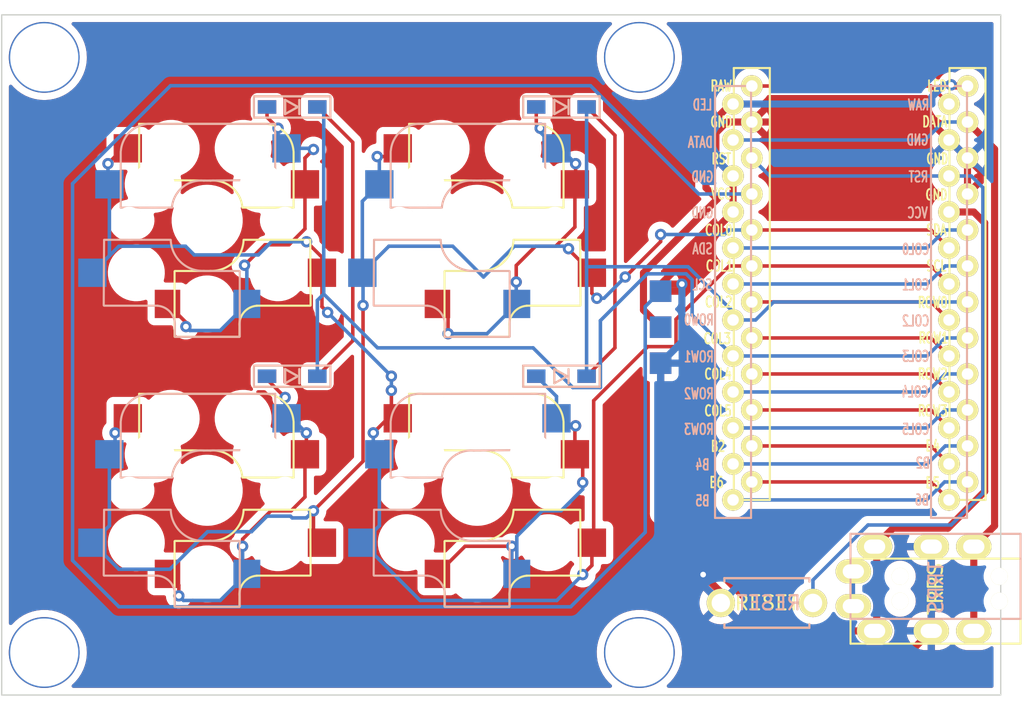
<source format=kicad_pcb>
(kicad_pcb (version 20211014) (generator pcbnew)
  (layers (0 "F.Cu" signal) (31 "B.Cu" signal) (34 "B.Paste" user) (35 "F.Paste" user) (36 "B.SilkS" user "B.Silkscreen") (37 "F.SilkS" user "F.Silkscreen") (38 "B.Mask" user) (39 "F.Mask" user) (44 "Edge.Cuts" user))
  (net 0 "")
  (net 1 "row-0")
  (net 2 "Net-(D1-Pad2)")
  (net 3 "row-1")
  (net 4 "Net-(D2-Pad2)")
  (net 5 "Net-(D3-Pad2)")
  (net 6 "Net-(D4-Pad2)")
  (net 7 "VCC")
  (net 8 "unconnected-(J1-PadA)")
  (net 9 "date")
  (net 10 "GND")
  (net 11 "led")
  (net 12 "col-0")
  (net 13 "col-1")
  (net 14 "reset")
  (net 15 "unconnected-(U1-Pad24)")
  (net 16 "unconnected-(U1-Pad18)")
  (net 17 "unconnected-(U1-Pad17)")
  (net 18 "unconnected-(U1-Pad16)")
  (net 19 "unconnected-(U1-Pad15)")
  (net 20 "unconnected-(U1-Pad14)")
  (net 21 "unconnected-(U1-Pad13)")
  (net 22 "unconnected-(U1-Pad12)")
  (net 23 "unconnected-(U1-Pad11)")
  (net 24 "unconnected-(U1-Pad10)")
  (net 25 "unconnected-(U1-Pad9)")
  (net 26 "unconnected-(U1-Pad6)")
  (net 27 "unconnected-(U1-Pad5)")
  (footprint "kbd.pretty:D3_SMD" (layer "F.Cu") (at 86.143 113.570496 180)
    (fp_text reference "D1" hide)
    (fp_text value "D" hide)
  )
  (footprint "kbd.pretty:CherryMX_Choc_Hotswap" (layer "F.Cu") (at 80.193 140.620496)
    (fp_text reference "SW3" hide)
    (fp_text value "SW_PUSH" hide)
  )
  (footprint "kbd.pretty:StripLED_rev" (layer "F.Cu") (at 93.143 126.570496)
    (fp_text reference "J2" hide)
    (fp_text value "LED" hide)
  )
  (footprint "kbd.pretty:MJ-4PP-9" (layer "F.Cu") (at 118.543 148.445496 -90)
    (fp_text reference "J1")
    (fp_text value "MJ-4PP-9" hide)
  )
  (footprint "kbd.pretty:HOLE" (layer "F.Cu") (at 91.643 110.070496)
    (fp_text reference "Ref**")
    (fp_text value "Val**")
  )
  (footprint "kbd.pretty:D3_SMD" (layer "F.Cu") (at 67.143 132.570496 180)
    (fp_text reference "D2" hide)
    (fp_text value "D" hide)
  )
  (footprint "kbd.pretty:ResetSW" (layer "F.Cu") (at 100.643 148.570496)
    (fp_text reference "SW5" hide)
    (fp_text value "RESET_SW")
  )
  (footprint "kbd.pretty:HOLE" (layer "F.Cu") (at 49.643 110.070496)
    (fp_text reference "Ref**")
    (fp_text value "Val**")
  )
  (footprint "kbd.pretty:HOLE" (layer "F.Cu") (at 91.643 152.070496)
    (fp_text reference "Ref**")
    (fp_text value "Val**")
  )
  (footprint "kbd.pretty:D3_SMD" (layer "F.Cu") (at 86.143 132.570496 180)
    (fp_text reference "D3" hide)
    (fp_text value "D" hide)
  )
  (footprint "kbd.pretty:D3_SMD" (layer "F.Cu") (at 67.143 113.570496 180)
    (fp_text reference "D4" hide)
    (fp_text value "D" hide)
  )
  (footprint "kbd.pretty:CherryMX_Choc_Hotswap" (layer "F.Cu") (at 61.143 121.570496)
    (fp_text reference "SW4" hide)
    (fp_text value "SW_PUSH" hide)
  )
  (footprint "kbd.pretty:CherryMX_Choc_Hotswap" (layer "F.Cu") (at 80.193 121.570496)
    (fp_text reference "SW1" hide)
    (fp_text value "SW_PUSH" hide)
  )
  (footprint "kbd.pretty:HOLE" (layer "F.Cu") (at 49.643 152.070496)
    (fp_text reference "Ref**")
    (fp_text value "Val**")
  )
  (footprint "kbd.pretty:ProMicro_v2" (layer "F.Cu") (at 107.143 126.570496)
    (fp_text reference "U1" hide)
    (fp_text value "ProMicro" hide)
  )
  (footprint "kbd.pretty:CherryMX_Choc_Hotswap" (layer "F.Cu") (at 61.143 140.620496)
    (fp_text reference "SW2" hide)
    (fp_text value "SW_PUSH" hide)
  )
  (gr_rect (start 46.643 107.070496) (end 117.143 155.070496) (layer "Edge.Cuts") (width 0.1) (fill none))
  (segment (start 89.918489 115.570985) (end 89.918489 130.570007) (width 0.25) (layer "F.Cu") (net 1))
  (segment (start 89.918489 130.570007) (end 87.918 132.570496) (width 0.25) (layer "F.Cu") (net 1))
  (segment (start 87.918 113.570496) (end 89.918489 115.570985) (width 0.25) (layer "F.Cu") (net 1))
  (segment (start 87.918 124.845496) (end 87.918 113.570496) (width 0.25) (layer "B.Cu") (net 1))
  (segment (start 95.078331 124.845496) (end 87.918 124.845496) (width 0.25) (layer "B.Cu") (net 1))
  (segment (start 101.11596 127.332496) (end 99.84596 128.602496) (width 0.25) (layer "B.Cu") (net 1))
  (segment (start 98.253 128.602496) (end 98.253 128.020165) (width 0.25) (layer "B.Cu") (net 1))
  (segment (start 98.253 128.020165) (end 95.078331 124.845496) (width 0.25) (layer "B.Cu") (net 1))
  (segment (start 87.918 132.570496) (end 87.918 124.845496) (width 0.25) (layer "B.Cu") (net 1))
  (segment (start 99.84596 128.602496) (end 98.253 128.602496) (width 0.25) (layer "B.Cu") (net 1))
  (segment (start 114.7994 127.332496) (end 101.11596 127.332496) (width 0.25) (layer "B.Cu") (net 1))
  (segment (start 78.143 128.220496) (end 77.393 127.470496) (width 0.25) (layer "F.Cu") (net 2))
  (segment (start 87.143 118.980496) (end 87.093 119.030496) (width 0.25) (layer "F.Cu") (net 2))
  (segment (start 87.093 122.043653) (end 85.740678 123.395975) (width 0.25) (layer "F.Cu") (net 2))
  (segment (start 87.093 119.030496) (end 87.093 122.043653) (width 0.25) (layer "F.Cu") (net 2))
  (segment (start 78.143 129.570496) (end 78.143 128.220496) (width 0.25) (layer "F.Cu") (net 2))
  (segment (start 87.143 117.570496) (end 87.143 118.980496) (width 0.25) (layer "F.Cu") (net 2))
  (segment (start 84.368 113.570496) (end 84.368 114.795496) (width 0.25) (layer "F.Cu") (net 2))
  (segment (start 84.368 114.795496) (end 84.643 115.070496) (width 0.25) (layer "F.Cu") (net 2))
  (segment (start 82.952905 124.760591) (end 82.952905 125.922439) (width 0.25) (layer "F.Cu") (net 2))
  (segment (start 84.317521 123.395975) (end 82.952905 124.760591) (width 0.25) (layer "F.Cu") (net 2))
  (segment (start 85.740678 123.395975) (end 84.317521 123.395975) (width 0.25) (layer "F.Cu") (net 2))
  (via (at 84.643 115.070496) (size 0.8) (drill 0.4) (layers "F.Cu" "B.Cu") (net 2))
  (via (at 82.952905 125.922439) (size 0.8) (drill 0.4) (layers "F.Cu" "B.Cu") (net 2))
  (via (at 87.143 117.570496) (size 0.8) (drill 0.4) (layers "F.Cu" "B.Cu") (net 2))
  (via (at 78.143 129.570496) (size 0.8) (drill 0.4) (layers "F.Cu" "B.Cu") (net 2))
  (segment (start 86.063 116.490496) (end 87.143 117.570496) (width 0.25) (layer "B.Cu") (net 2))
  (segment (start 82.952905 125.922439) (end 82.952905 127.430401) (width 0.25) (layer "B.Cu") (net 2))
  (segment (start 82.993 127.470496) (end 80.893 129.570496) (width 0.25) (layer "B.Cu") (net 2))
  (segment (start 80.893 129.570496) (end 78.143 129.570496) (width 0.25) (layer "B.Cu") (net 2))
  (segment (start 82.952905 127.430401) (end 82.993 127.470496) (width 0.25) (layer "B.Cu") (net 2))
  (segment (start 84.643 115.070496) (end 84.643 115.340496) (width 0.25) (layer "B.Cu") (net 2))
  (segment (start 84.643 115.340496) (end 85.793 116.490496) (width 0.25) (layer "B.Cu") (net 2))
  (segment (start 85.793 116.490496) (end 86.063 116.490496) (width 0.25) (layer "B.Cu") (net 2))
  (segment (start 68.918 132.570496) (end 71.418489 130.070007) (width 0.25) (layer "F.Cu") (net 3))
  (segment (start 71.418489 130.070007) (end 71.418489 116.070985) (width 0.25) (layer "F.Cu") (net 3))
  (segment (start 71.418489 116.070985) (end 68.918 113.570496) (width 0.25) (layer "F.Cu") (net 3))
  (segment (start 98.253 131.142496) (end 111.95644 131.142496) (width 0.25) (layer "B.Cu") (net 3))
  (segment (start 95.367511 125.770393) (end 94.943103 125.345985) (width 0.25) (layer "B.Cu") (net 3))
  (segment (start 84.143 130.570496) (end 73.167614 130.570496) (width 0.25) (layer "B.Cu") (net 3))
  (segment (start 88.892511 133.370007) (end 86.942511 133.370007) (width 0.25) (layer "B.Cu") (net 3))
  (segment (start 113.22644 129.872496) (end 114.7994 129.872496) (width 0.25) (layer "B.Cu") (net 3))
  (segment (start 86.942511 133.370007) (end 84.143 130.570496) (width 0.25) (layer "B.Cu") (net 3))
  (segment (start 95.367511 128.257007) (end 95.367511 125.770393) (width 0.25) (layer "B.Cu") (net 3))
  (segment (start 98.253 131.142496) (end 95.367511 128.257007) (width 0.25) (layer "B.Cu") (net 3))
  (segment (start 111.95644 131.142496) (end 113.22644 129.872496) (width 0.25) (layer "B.Cu") (net 3))
  (segment (start 69.367511 114.020007) (end 68.918 113.570496) (width 0.25) (layer "B.Cu") (net 3))
  (segment (start 73.167614 130.570496) (end 69.367511 126.770393) (width 0.25) (layer "B.Cu") (net 3))
  (segment (start 68.918 127.219904) (end 68.918 132.570496) (width 0.25) (layer "B.Cu") (net 3))
  (segment (start 69.367511 126.770393) (end 69.367511 114.020007) (width 0.25) (layer "B.Cu") (net 3))
  (segment (start 88.892511 128.647963) (end 88.892511 133.370007) (width 0.25) (layer "B.Cu") (net 3))
  (segment (start 94.943103 125.345985) (end 92.194489 125.345985) (width 0.25) (layer "B.Cu") (net 3))
  (segment (start 69.367511 126.770393) (end 68.918 127.219904) (width 0.25) (layer "B.Cu") (net 3))
  (segment (start 92.194489 125.345985) (end 88.892511 128.647963) (width 0.25) (layer "B.Cu") (net 3))
  (segment (start 65.368 132.570496) (end 65.368 132.795496) (width 0.25) (layer "F.Cu") (net 4))
  (segment (start 63.643 144.070496) (end 63.643 144.570496) (width 0.25) (layer "F.Cu") (net 4))
  (segment (start 59.143 147.320496) (end 58.343 146.520496) (width 0.25) (layer "F.Cu") (net 4))
  (segment (start 68.143 136.570496) (end 68.143 137.980496) (width 0.25) (layer "F.Cu") (net 4))
  (segment (start 67.066157 142.070496) (end 65.643 142.070496) (width 0.25) (layer "F.Cu") (net 4))
  (segment (start 68.043 138.080496) (end 68.043 141.093653) (width 0.25) (layer "F.Cu") (net 4))
  (segment (start 65.368 132.795496) (end 66.643 134.070496) (width 0.25) (layer "F.Cu") (net 4))
  (segment (start 68.143 137.980496) (end 68.043 138.080496) (width 0.25) (layer "F.Cu") (net 4))
  (segment (start 65.643 142.070496) (end 63.643 144.070496) (width 0.25) (layer "F.Cu") (net 4))
  (segment (start 68.043 141.093653) (end 67.066157 142.070496) (width 0.25) (layer "F.Cu") (net 4))
  (segment (start 59.143 148.070496) (end 59.143 147.320496) (width 0.25) (layer "F.Cu") (net 4))
  (via (at 68.143 136.570496) (size 0.8) (drill 0.4) (layers "F.Cu" "B.Cu") (net 4))
  (via (at 59.143 148.070496) (size 0.8) (drill 0.4) (layers "F.Cu" "B.Cu") (net 4))
  (via (at 63.643 144.570496) (size 0.8) (drill 0.4) (layers "F.Cu" "B.Cu") (net 4))
  (via (at 66.643 134.070496) (size 0.8) (drill 0.4) (layers "F.Cu" "B.Cu") (net 4))
  (segment (start 63.643 144.570496) (end 63.643 146.220496) (width 0.25) (layer "B.Cu") (net 4))
  (segment (start 59.467521 148.395017) (end 59.143 148.070496) (width 0.25) (layer "B.Cu") (net 4))
  (segment (start 66.643 134.070496) (end 66.643 135.440496) (width 0.25) (layer "B.Cu") (net 4))
  (segment (start 63.643 146.220496) (end 63.943 146.520496) (width 0.25) (layer "B.Cu") (net 4))
  (segment (start 63.943 146.520496) (end 62.068479 148.395017) (width 0.25) (layer "B.Cu") (net 4))
  (segment (start 66.643 135.440496) (end 66.743 135.540496) (width 0.25) (layer "B.Cu") (net 4))
  (segment (start 67.113 135.540496) (end 68.143 136.570496) (width 0.25) (layer "B.Cu") (net 4))
  (segment (start 66.743 135.540496) (end 67.113 135.540496) (width 0.25) (layer "B.Cu") (net 4))
  (segment (start 62.068479 148.395017) (end 59.467521 148.395017) (width 0.25) (layer "B.Cu") (net 4))
  (segment (start 77.393 146.520496) (end 79.343 144.570496) (width 0.25) (layer "F.Cu") (net 5))
  (segment (start 87.093 136.120496) (end 87.143 136.070496) (width 0.25) (layer "F.Cu") (net 5))
  (segment (start 79.343 144.570496) (end 82.643 144.570496) (width 0.25) (layer "F.Cu") (net 5))
  (segment (start 87.643 138.630496) (end 87.093 138.080496) (width 0.25) (layer "F.Cu") (net 5))
  (segment (start 87.093 138.080496) (end 87.093 136.120496) (width 0.25) (layer "F.Cu") (net 5))
  (segment (start 87.643 140.070496) (end 87.643 138.630496) (width 0.25) (layer "F.Cu") (net 5))
  (via (at 87.143 136.070496) (size 0.8) (drill 0.4) (layers "F.Cu" "B.Cu") (net 5))
  (via (at 87.643 140.070496) (size 0.8) (drill 0.4) (layers "F.Cu" "B.Cu") (net 5))
  (via (at 82.643 144.570496) (size 0.8) (drill 0.4) (layers "F.Cu" "B.Cu") (net 5))
  (segment (start 82.993 146.520496) (end 82.993 143.869522) (width 0.25) (layer "B.Cu") (net 5))
  (segment (start 87.143 136.070496) (end 86.323 136.070496) (width 0.25) (layer "B.Cu") (net 5))
  (segment (start 82.643 146.170496) (end 82.993 146.520496) (width 0.25) (layer "B.Cu") (net 5))
  (segment (start 85.793 133.995496) (end 84.368 132.570496) (width 0.25) (layer "B.Cu") (net 5))
  (segment (start 87.643 140.543653) (end 87.643 140.070496) (width 0.25) (layer "B.Cu") (net 5))
  (segment (start 86.323 136.070496) (end 85.793 135.540496) (width 0.25) (layer "B.Cu") (net 5))
  (segment (start 82.993 143.869522) (end 84.792026 142.070496) (width 0.25) (layer "B.Cu") (net 5))
  (segment (start 85.793 135.540496) (end 85.793 133.995496) (width 0.25) (layer "B.Cu") (net 5))
  (segment (start 84.792026 142.070496) (end 86.116157 142.070496) (width 0.25) (layer "B.Cu") (net 5))
  (segment (start 86.116157 142.070496) (end 87.643 140.543653) (width 0.25) (layer "B.Cu") (net 5))
  (segment (start 82.643 144.570496) (end 82.643 146.170496) (width 0.25) (layer "B.Cu") (net 5))
  (segment (start 68.043 122.170496) (end 66.919453 123.294043) (width 0.25) (layer "F.Cu") (net 6))
  (segment (start 65.223106 123.294043) (end 63.779568 124.737581) (width 0.25) (layer "F.Cu") (net 6))
  (segment (start 59.643 129.070496) (end 59.643 128.770496) (width 0.25) (layer "F.Cu") (net 6))
  (segment (start 68.643 116.570496) (end 68.043 117.170496) (width 0.25) (layer "F.Cu") (net 6))
  (segment (start 66.919453 123.294043) (end 65.223106 123.294043) (width 0.25) (layer "F.Cu") (net 6))
  (segment (start 68.043 117.170496) (end 68.043 119.030496) (width 0.25) (layer "F.Cu") (net 6))
  (segment (start 68.043 119.030496) (end 68.043 122.170496) (width 0.25) (layer "F.Cu") (net 6))
  (segment (start 65.368 114.295496) (end 66.143 115.070496) (width 0.25) (layer "F.Cu") (net 6))
  (segment (start 59.643 128.770496) (end 58.343 127.470496) (width 0.25) (layer "F.Cu") (net 6))
  (segment (start 65.368 113.570496) (end 65.368 114.295496) (width 0.25) (layer "F.Cu") (net 6))
  (via (at 59.643 129.070496) (size 0.8) (drill 0.4) (layers "F.Cu" "B.Cu") (net 6))
  (via (at 63.779568 124.737581) (size 0.8) (drill 0.4) (layers "F.Cu" "B.Cu") (net 6))
  (via (at 66.143 115.070496) (size 0.8) (drill 0.4) (layers "F.Cu" "B.Cu") (net 6))
  (via (at 68.643 116.570496) (size 0.8) (drill 0.4) (layers "F.Cu" "B.Cu") (net 6))
  (segment (start 68.563 116.490496) (end 68.643 116.570496) (width 0.25) (layer "B.Cu") (net 6))
  (segment (start 63.943 124.901013) (end 63.943 127.470496) (width 0.25) (layer "B.Cu") (net 6))
  (segment (start 66.143 115.070496) (end 66.143 115.890496) (width 0.25) (layer "B.Cu") (net 6))
  (segment (start 66.743 116.490496) (end 68.563 116.490496) (width 0.25) (layer "B.Cu") (net 6))
  (segment (start 66.143 115.890496) (end 66.743 116.490496) (width 0.25) (layer "B.Cu") (net 6))
  (segment (start 63.779568 124.737581) (end 63.943 124.901013) (width 0.25) (layer "B.Cu") (net 6))
  (segment (start 62.068479 129.345017) (end 59.917521 129.345017) (width 0.25) (layer "B.Cu") (net 6))
  (segment (start 63.943 127.470496) (end 62.068479 129.345017) (width 0.25) (layer "B.Cu") (net 6))
  (segment (start 59.917521 129.345017) (end 59.643 129.070496) (width 0.25) (layer "B.Cu") (net 6))
  (segment (start 93.143 142.270577) (end 101.417919 150.545496) (width 0.5) (layer "F.Cu") (net 7))
  (segment (start 108.243 150.545496) (end 108.39252 150.395976) (width 0.5) (layer "F.Cu") (net 7))
  (segment (start 116.010911 140.702585) (end 116.010911 121.750671) (width 0.5) (layer "F.Cu") (net 7))
  (segment (start 113.41752 143.295976) (end 116.010911 140.702585) (width 0.5) (layer "F.Cu") (net 7))
  (segment (start 115.242736 120.982496) (end 113.493 120.982496) (width 0.5) (layer "F.Cu") (net 7))
  (segment (start 108.243 144.595496) (end 109.54252 143.295976) (width 0.5) (layer "F.Cu") (net 7))
  (segment (start 108.39252 144.745016) (end 108.243 144.595496) (width 0.5) (layer "F.Cu") (net 7))
  (segment (start 116.010911 121.750671) (end 115.242736 120.982496) (width 0.5) (layer "F.Cu") (net 7))
  (segment (start 109.54252 143.295976) (end 113.41752 143.295976) (width 0.5) (layer "F.Cu") (net 7))
  (segment (start 101.417919 150.545496) (end 108.243 150.545496) (width 0.5) (layer "F.Cu") (net 7))
  (segment (start 93.143 131.650496) (end 93.143 142.270577) (width 0.5) (layer "F.Cu") (net 7))
  (segment (start 108.39252 150.395976) (end 108.39252 144.745016) (width 0.5) (layer "F.Cu") (net 7))
  (segment (start 51.643 118.981474) (end 51.643 145.570496) (width 0.25) (layer "B.Cu") (net 7))
  (segment (start 99.5794 119.712496) (end 95.834022 119.712496) (width 0.25) (layer "B.Cu") (net 7))
  (segment (start 88.192022 112.070496) (end 58.553978 112.070496) (width 0.25) (layer "B.Cu") (net 7))
  (segment (start 92.056489 127.657007) (end 93.143 126.570496) (width 0.25) (layer "B.Cu") (net 7))
  (segment (start 51.643 145.570496) (end 54.917041 148.844537) (width 0.25) (layer "B.Cu") (net 7))
  (segment (start 92.056489 143.582488) (end 92.056489 127.657007) (width 0.25) (layer "B.Cu") (net 7))
  (segment (start 54.917041 148.844537) (end 86.79444 148.844537) (width 0.25) (layer "B.Cu") (net 7))
  (segment (start 95.834022 119.712496) (end 88.192022 112.070496) (width 0.25) (layer "B.Cu") (net 7))
  (segment (start 58.553978 112.070496) (end 51.643 118.981474) (width 0.25) (layer "B.Cu") (net 7))
  (segment (start 86.79444 148.844537) (end 92.056489 143.582488) (width 0.25) (layer "B.Cu") (net 7))
  (segment (start 106.743 146.345496) (end 106.743 148.795496) (width 0.25) (layer "B.Cu") (net 8))
  (segment (start 115.243 144.595496) (end 116.710431 143.128065) (width 0.5) (layer "F.Cu") (net 9))
  (segment (start 115.243 150.545496) (end 115.243 144.595496) (width 0.5) (layer "F.Cu") (net 9))
  (segment (start 116.710431 116.543527) (end 114.7994 114.632496) (width 0.5) (layer "F.Cu") (net 9))
  (segment (start 116.710431 143.128065) (end 116.710431 116.543527) (width 0.5) (layer "F.Cu") (net 9))
  (segment (start 113.081 114.632496) (end 114.7994 114.632496) (width 0.25) (layer "B.Cu") (net 9))
  (segment (start 111.811 115.902496) (end 113.081 114.632496) (width 0.25) (layer "B.Cu") (net 9))
  (segment (start 98.253 115.902496) (end 111.811 115.902496) (width 0.25) (layer "B.Cu") (net 9))
  (segment (start 97.041489 115.400671) (end 97.809664 114.632496) (width 0.5) (layer "F.Cu") (net 10))
  (segment (start 99.5794 114.632496) (end 112.223 114.632496) (width 0.5) (layer "F.Cu") (net 10))
  (segment (start 94.643 126.070496) (end 93.643 126.070496) (width 0.5) (layer "F.Cu") (net 10))
  (segment (start 112.223 114.632496) (end 113.493 115.902496) (width 0.5) (layer "F.Cu") (net 10))
  (segment (start 93.643 126.070496) (end 93.143 126.570496) (width 0.5) (layer "F.Cu") (net 10))
  (segment (start 114.7994 117.172496) (end 114.7994 119.712496) (width 0.5) (layer "F.Cu") (net 10))
  (segment (start 113.493 115.902496) (end 113.5294 115.902496) (width 0.5) (layer "F.Cu") (net 10))
  (segment (start 93.143 126.092496) (end 98.253 120.982496) (width 0.5) (layer "F.Cu") (net 10))
  (segment (start 93.143 126.570496) (end 93.143 126.092496) (width 0.5) (layer "F.Cu") (net 10))
  (segment (start 97.393 148.570496) (end 97.393 147.820496) (width 0.5) (layer "F.Cu") (net 10))
  (segment (start 112.243 150.545496) (end 110.99348 151.795016) (width 0.5) (layer "F.Cu") (net 10))
  (segment (start 100.61752 151.795016) (end 97.393 148.570496) (width 0.5) (layer "F.Cu") (net 10))
  (segment (start 110.99348 151.795016) (end 100.61752 151.795016) (width 0.5) (layer "F.Cu") (net 10))
  (segment (start 98.253 120.982496) (end 98.253 118.442496) (width 0.5) (layer "F.Cu") (net 10))
  (segment (start 97.809664 114.632496) (end 99.5794 114.632496) (width 0.5) (layer "F.Cu") (net 10))
  (segment (start 113.5294 115.902496) (end 114.7994 117.172496) (width 0.5) (layer "F.Cu") (net 10))
  (segment (start 97.393 147.820496) (end 96.143 146.570496) (width 0.5) (layer "F.Cu") (net 10))
  (segment (start 112.243 144.595496) (end 112.243 150.545496) (width 0.5) (layer "F.Cu") (net 10))
  (segment (start 97.041489 117.230985) (end 97.041489 115.400671) (width 0.5) (layer "F.Cu") (net 10))
  (segment (start 98.253 118.442496) (end 97.041489 117.230985) (width 0.5) (layer "F.Cu") (net 10))
  (via (at 94.643 126.070496) (size 0.8) (drill 0.4) (layers "F.Cu" "B.Cu") (net 10))
  (via (at 96.143 146.570496) (size 0.8) (drill 0.4) (layers "F.Cu" "B.Cu") (net 10))
  (segment (start 93.143 143.570496) (end 96.143 146.570496) (width 0.5) (layer "B.Cu") (net 10))
  (segment (start 93.143 131.650496) (end 94.643 130.150496) (width 0.5) (layer "B.Cu") (net 10))
  (segment (start 93.143 131.650496) (end 93.143 143.570496) (width 0.5) (layer "B.Cu") (net 10))
  (segment (start 94.643 130.150496) (end 94.643 126.070496) (width 0.5) (layer "B.Cu") (net 10))
  (segment (start 98.090394 113.362496) (end 98.253 113.362496) (width 0.5) (layer "F.Cu") (net 11))
  (segment (start 91.931489 125.282007) (end 97.143 120.070496) (width 0.5) (layer "F.Cu") (net 11))
  (segment (start 114.7994 112.092496) (end 113.732432 112.092496) (width 0.5) (layer "F.Cu") (net 11))
  (segment (start 97.143 120.070496) (end 96.341969 119.269465) (width 0.5) (layer "F.Cu") (net 11))
  (segment (start 113.732432 112.092496) (end 113.650014 112.010078) (width 0.5) (layer "F.Cu") (net 11))
  (segment (start 93.143 129.110496) (end 91.931489 127.898985) (width 0.5) (layer "F.Cu") (net 11))
  (segment (start 91.931489 127.898985) (end 91.931489 125.282007) (width 0.5) (layer "F.Cu") (net 11))
  (segment (start 96.341969 115.110921) (end 98.090394 113.362496) (width 0.5) (layer "F.Cu") (net 11))
  (segment (start 96.341969 119.269465) (end 96.341969 115.110921) (width 0.5) (layer "F.Cu") (net 11))
  (via (at 113.650014 112.010078) (size 0.8) (drill 0.4) (layers "F.Cu" "B.Cu") (net 11))
  (segment (start 113.650014 112.010078) (end 113.132082 112.010078) (width 0.5) (layer "B.Cu") (net 11))
  (segment (start 98.253 113.362496) (end 112.281489 113.362496) (width 0.5) (layer "B.Cu") (net 11))
  (segment (start 113.132082 112.010078) (end 112.281489 112.860671) (width 0.5) (layer "B.Cu") (net 11))
  (segment (start 112.281489 112.860671) (end 112.281489 113.362496) (width 0.5) (layer "B.Cu") (net 11))
  (segment (start 86.643 123.570496) (end 86.643 123.620496) (width 0.25) (layer "F.Cu") (net 12))
  (segment (start 88.293 125.270496) (end 88.293 126.720496) (width 0.25) (layer "F.Cu") (net 12))
  (segment (start 73.143 117.070496) (end 74.013 117.070496) (width 0.25) (layer "F.Cu") (net 12))
  (segment (start 90.643 125.570496) (end 93.143 123.070496) (width 0.25) (layer "F.Cu") (net 12))
  (segment (start 112.223 122.252496) (end 113.493 123.522496) (width 0.25) (layer "F.Cu") (net 12))
  (segment (start 72.143 138.570496) (end 72.143 127.570496) (width 0.25) (layer "F.Cu") (net 12))
  (segment (start 55.543 135.670496) (end 54.643 136.570496) (width 0.25) (layer "F.Cu") (net 12))
  (segment (start 55.543 135.540496) (end 55.543 135.670496) (width 0.25) (layer "F.Cu") (net 12))
  (segment (start 99.5794 122.252496) (end 112.223 122.252496) (width 0.25) (layer "F.Cu") (net 12))
  (segment (start 86.643 123.620496) (end 88.293 125.270496) (width 0.25) (layer "F.Cu") (net 12))
  (segment (start 93.143 123.070496) (end 93.143 122.570496) (width 0.25) (layer "F.Cu") (net 12))
  (segment (start 68.643 142.070496) (end 72.143 138.570496) (width 0.25) (layer "F.Cu") (net 12))
  (segment (start 74.013 117.070496) (end 74.593 116.490496) (width 0.25) (layer "F.Cu") (net 12))
  (segment (start 88.293 126.720496) (end 88.643 127.070496) (width 0.25) (layer "F.Cu") (net 12))
  (segment (start 68.643 142.070496) (end 68.643 143.720496) (width 0.25) (layer "F.Cu") (net 12))
  (segment (start 68.643 143.720496) (end 69.243 144.320496) (width 0.25) (layer "F.Cu") (net 12))
  (via (at 54.643 136.570496) (size 0.8) (drill 0.4) (layers "F.Cu" "B.Cu") (net 12))
  (via (at 86.643 123.570496) (size 0.8) (drill 0.4) (layers "F.Cu" "B.Cu") (net 12))
  (via (at 72.143 127.570496) (size 0.8) (drill 0.4) (layers "F.Cu" "B.Cu") (net 12))
  (via (at 73.143 117.070496) (size 0.8) (drill 0.4) (layers "F.Cu" "B.Cu") (net 12))
  (via (at 68.643 142.070496) (size 0.8) (drill 0.4) (layers "F.Cu" "B.Cu") (net 12))
  (via (at 93.143 122.570496) (size 0.8) (drill 0.4) (layers "F.Cu" "B.Cu") (net 12))
  (via (at 88.643 127.070496) (size 0.8) (drill 0.4) (layers "F.Cu" "B.Cu") (net 12))
  (via (at 90.643 125.570496) (size 0.8) (drill 0.4) (layers "F.Cu" "B.Cu") (net 12))
  (segment (start 72.143 127.570496) (end 72.143 125.320496) (width 0.25) (layer "B.Cu") (net 12))
  (segment (start 72.093 125.270496) (end 72.093 120.230496) (width 0.25) (layer "B.Cu") (net 12))
  (segment (start 54.643 137.680496) (end 54.243 138.080496) (width 0.25) (layer "B.Cu") (net 12))
  (segment (start 67.143 142.570496) (end 68.143 142.570496) (width 0.25) (layer "B.Cu") (net 12))
  (segment (start 80.643 125.570496) (end 82.817521 123.395975) (width 0.25) (layer "B.Cu") (net 12))
  (segment (start 73.293 119.030496) (end 73.293 117.220496) (width 0.25) (layer "B.Cu") (net 12))
  (segment (start 67.018479 142.445975) (end 67.143 142.570496) (width 0.25) (layer "B.Cu") (net 12))
  (segment (start 82.817521 123.395975) (end 86.468479 123.395975) (width 0.25) (layer "B.Cu") (net 12))
  (segment (start 72.093 125.270496) (end 73.967521 123.395975) (width 0.25) (layer "B.Cu") (net 12))
  (segment (start 54.243 138.080496) (end 54.243 143.120496) (width 0.25) (layer "B.Cu") (net 12))
  (segment (start 53.043 144.320496) (end 54.917521 146.195017) (width 0.25) (layer "B.Cu") (net 12))
  (segment (start 68.143 142.570496) (end 68.643 142.070496) (width 0.25) (layer "B.Cu") (net 12))
  (segment (start 54.917521 146.195017) (end 58.518479 146.195017) (width 0.25) (layer "B.Cu") (net 12))
  (segment (start 54.643 136.570496) (end 54.643 137.680496) (width 0.25) (layer "B.Cu") (net 12))
  (segment (start 58.518479 146.195017) (end 61.169453 143.544043) (width 0.25) (layer "B.Cu") (net 12))
  (segment (start 78.468479 123.395975) (end 80.643 125.570496) (width 0.25) (layer "B.Cu") (net 12))
  (segment (start 54.243 143.120496) (end 53.043 144.320496) (width 0.25) (layer "B.Cu") (net 12))
  (segment (start 88.643 127.070496) (end 89.143 127.070496) (width 0.25) (layer "B.Cu") (net 12))
  (segment (start 64.268479 143.544043) (end 65.366547 142.445975) (width 0.25) (layer "B.Cu") (net 12))
  (segment (start 89.143 127.070496) (end 90.643 125.570496) (width 0.25) (layer "B.Cu") (net 12))
  (segment (start 73.293 117.220496) (end 73.143 117.070496) (width 0.25) (layer "B.Cu") (net 12))
  (segment (start 97.961 122.252496) (end 99.5794 122.252496) (width 0.25) (layer "B.Cu") (net 12))
  (segment (start 61.169453 143.544043) (end 64.268479 143.544043) (width 0.25) (layer "B.Cu") (net 12))
  (segment (start 73.967521 123.395975) (end 78.468479 123.395975) (width 0.25) (layer "B.Cu") (net 12))
  (segment (start 65.366547 142.445975) (end 67.018479 142.445975) (width 0.25) (layer "B.Cu") (net 12))
  (segment (start 97.643 122.570496) (end 97.961 122.252496) (width 0.25) (layer "B.Cu") (net 12))
  (segment (start 72.143 125.320496) (end 72.093 125.270496) (width 0.25) (layer "B.Cu") (net 12))
  (segment (start 72.093 120.230496) (end 73.293 119.030496) (width 0.25) (layer "B.Cu") (net 12))
  (segment (start 86.468479 123.395975) (end 86.643 123.570496) (width 0.25) (layer "B.Cu") (net 12))
  (segment (start 93.143 122.570496) (end 97.643 122.570496) (width 0.25) (layer "B.Cu") (net 12))
  (segment (start 97.98644 124.792496) (end 94.229511 128.549425) (width 0.25) (layer "F.Cu") (net 13))
  (segment (start 73.8975 135.540496) (end 72.8675 136.570496) (width 0.25) (layer "F.Cu") (net 13))
  (segment (start 92.229511 130.483985) (end 88.417511 134.295985) (width 0.25) (layer "F.Cu") (net 13))
  (segment (start 69.243 127.670496) (end 69.643 128.070496) (width 0.25) (layer "F.Cu") (net 13))
  (segment (start 87.643 146.570496) (end 88.293 145.920496) (width 0.25) (layer "F.Cu") (net 13))
  (segment (start 69.243 125.270496) (end 69.243 127.670496) (width 0.25) (layer "F.Cu") (net 13))
  (segment (start 112.223 124.792496) (end 113.493 126.062496) (width 0.25) (layer "F.Cu") (net 13))
  (segment (start 99.5794 124.792496) (end 97.98644 124.792496) (width 0.25) (layer "F.Cu") (net 13))
  (segment (start 88.417511 144.195985) (end 88.293 144.320496) (width 0.25) (layer "F.Cu") (net 13))
  (segment (start 55.543 116.490496) (end 55.223 116.490496) (width 0.25) (layer "F.Cu") (net 13))
  (segment (start 68.155299 123.082795) (end 69.243 124.170496) (width 0.25) (layer "F.Cu") (net 13))
  (segment (start 94.229511 128.549425) (end 94.229511 130.483985) (width 0.25) (layer "F.Cu") (net 13))
  (segment (start 99.5794 124.792496) (end 112.223 124.792496) (width 0.25) (layer "F.Cu") (net 13))
  (segment (start 74.143 133.570496) (end 74.143 135.090496) (width 0.25) (layer "F.Cu") (net 13))
  (segment (start 88.417511 134.295985) (end 88.417511 144.195985) (width 0.25) (layer "F.Cu") (net 13))
  (segment (start 74.593 135.540496) (end 73.8975 135.540496) (width 0.25) (layer "F.Cu") (net 13))
  (segment (start 69.243 124.170496) (end 69.243 125.270496) (width 0.25) (layer "F.Cu") (net 13))
  (segment (start 94.229511 130.483985) (end 92.229511 130.483985) (width 0.25) (layer "F.Cu") (net 13))
  (segment (start 74.143 135.090496) (end 74.593 135.540496) (width 0.25) (layer "F.Cu") (net 13))
  (segment (start 88.293 145.920496) (end 88.293 144.320496) (width 0.25) (layer "F.Cu") (net 13))
  (segment (start 55.223 116.490496) (end 54.143 117.570496) (width 0.25) (layer "F.Cu") (net 13))
  (via (at 74.143 132.570496) (size 0.8) (drill 0.4) (layers "F.Cu" "B.Cu") (net 13))
  (via (at 54.143 117.570496) (size 0.8) (drill 0.4) (layers "F.Cu" "B.Cu") (net 13))
  (via (at 74.143 133.570496) (size 0.8) (drill 0.4) (layers "F.Cu" "B.Cu") (net 13))
  (via (at 87.643 146.570496) (size 0.8) (drill 0.4) (layers "F.Cu" "B.Cu") (net 13))
  (via (at 68.155299 123.082795) (size 0.8) (drill 0.4) (layers "F.Cu" "B.Cu") (net 13))
  (via (at 72.8675 136.570496) (size 0.8) (drill 0.4) (layers "F.Cu" "B.Cu") (net 13))
  (via (at 69.643 128.070496) (size 0.8) (drill 0.4) (layers "F.Cu" "B.Cu") (net 13))
  (segment (start 72.8675 136.570496) (end 72.8675 137.654996) (width 0.25) (layer "B.Cu") (net 13))
  (segment (start 54.143 118.930496) (end 54.243 119.030496) (width 0.25) (layer "B.Cu") (net 13))
  (segment (start 64.749452 124.01307) (end 65.679727 123.082795) (width 0.25) (layer "B.Cu") (net 13))
  (segment (start 54.143 117.570496) (end 54.143 118.930496) (width 0.25) (layer "B.Cu") (net 13))
  (segment (start 60.227493 124.01307) (end 64.749452 124.01307) (width 0.25) (layer "B.Cu") (net 13))
  (segment (start 73.293 138.080496) (end 73.293 143.120496) (width 0.25) (layer "B.Cu") (net 13))
  (segment (start 53.043 125.270496) (end 54.917521 123.395975) (width 0.25) (layer "B.Cu") (net 13))
  (segment (start 85.818479 148.395017) (end 87.643 146.570496) (width 0.25) (layer "B.Cu") (net 13))
  (segment (start 76.167521 148.395017) (end 85.818479 148.395017) (width 0.25) (layer "B.Cu") (net 13))
  (segment (start 59.610398 123.395975) (end 60.227493 124.01307) (width 0.25) (layer "B.Cu") (net 13))
  (segment (start 65.679727 123.082795) (end 68.155299 123.082795) (width 0.25) (layer "B.Cu") (net 13))
  (segment (start 74.143 132.570496) (end 74.143 133.570496) (width 0.25) (layer "B.Cu") (net 13))
  (segment (start 54.917521 123.395975) (end 59.610398 123.395975) (width 0.25) (layer "B.Cu") (net 13))
  (segment (start 72.093 144.320496) (end 76.167521 148.395017) (width 0.25) (layer "B.Cu") (net 13))
  (segment (start 73.293 143.120496) (end 72.093 144.320496) (width 0.25) (layer "B.Cu") (net 13))
  (segment (start 54.243 119.030496) (end 54.243 124.070496) (width 0.25) (layer "B.Cu") (net 13))
  (segment (start 72.8675 137.654996) (end 73.293 138.080496) (width 0.25) (layer "B.Cu") (net 13))
  (segment (start 69.643 128.070496) (end 74.143 132.570496) (width 0.25) (layer "B.Cu") (net 13))
  (segment (start 54.243 124.070496) (end 53.043 125.270496) (width 0.25) (layer "B.Cu") (net 13))
  (segment (start 113.493 118.442496) (end 115.06596 118.442496) (width 0.25) (layer "B.Cu") (net 14))
  (segment (start 113.493 118.442496) (end 100.8494 118.442496) (width 0.25) (layer "B.Cu") (net 14))
  (segment (start 113.643 143.070496) (end 107.777689 143.070496) (width 0.25) (layer "B.Cu") (net 14))
  (segment (start 115.885911 140.827585) (end 113.643 143.070496) (width 0.25) (layer "B.Cu") (net 14))
  (segment (start 115.06596 118.442496) (end 115.885911 119.262447) (width 0.25) (layer "B.Cu") (net 14))
  (segment (start 107.777689 143.070496) (end 103.893 146.955185) (width 0.25) (layer "B.Cu") (net 14))
  (segment (start 115.885911 119.262447) (end 115.885911 140.827585) (width 0.25) (layer "B.Cu") (net 14))
  (segment (start 100.8494 118.442496) (end 99.5794 117.172496) (width 0.25) (layer "B.Cu") (net 14))
  (segment (start 103.893 146.955185) (end 103.893 148.570496) (width 0.25) (layer "B.Cu") (net 14))
  (segment (start 112.223 112.092496) (end 113.493 113.362496) (width 0.25) (layer "F.Cu") (net 15))
  (segment (start 99.5794 112.092496) (end 112.223 112.092496) (width 0.25) (layer "F.Cu") (net 15))
  (segment (start 112.223 127.332496) (end 113.493 128.602496) (width 0.25) (layer "F.Cu") (net 16))
  (segment (start 99.5794 127.332496) (end 112.223 127.332496) (width 0.25) (layer "F.Cu") (net 16))
  (segment (start 99.5794 129.872496) (end 112.223 129.872496) (width 0.25) (layer "F.Cu") (net 17))
  (segment (start 112.223 129.872496) (end 113.493 131.142496) (width 0.25) (layer "F.Cu") (net 17))
  (segment (start 99.5794 132.412496) (end 112.223 132.412496) (width 0.25) (layer "F.Cu") (net 18))
  (segment (start 112.223 132.412496) (end 113.493 133.682496) (width 0.25) (layer "F.Cu") (net 18))
  (segment (start 99.5794 134.952496) (end 112.223 134.952496) (width 0.25) (layer "F.Cu") (net 19))
  (segment (start 112.223 134.952496) (end 113.493 136.222496) (width 0.25) (layer "F.Cu") (net 19))
  (segment (start 112.223 137.492496) (end 113.493 138.762496) (width 0.25) (layer "F.Cu") (net 20))
  (segment (start 99.5794 137.492496) (end 112.223 137.492496) (width 0.25) (layer "F.Cu") (net 20))
  (segment (start 99.5794 140.032496) (end 112.223 140.032496) (width 0.25) (layer "F.Cu") (net 21))
  (segment (start 112.223 140.032496) (end 113.493 141.302496) (width 0.25) (layer "F.Cu") (net 21))
  (segment (start 98.253 141.302496) (end 111.911 141.302496) (width 0.25) (layer "B.Cu") (net 22))
  (segment (start 113.181 140.032496) (end 114.7994 140.032496) (width 0.25) (layer "B.Cu") (net 22))
  (segment (start 111.911 141.302496) (end 113.181 140.032496) (width 0.25) (layer "B.Cu") (net 22))
  (segment (start 111.95644 138.762496) (end 113.22644 137.492496) (width 0.25) (layer "B.Cu") (net 23))
  (segment (start 113.22644 137.492496) (end 114.7994 137.492496) (width 0.25) (layer "B.Cu") (net 23))
  (segment (start 98.253 138.762496) (end 111.95644 138.762496) (width 0.25) (layer "B.Cu") (net 23))
  (segment (start 98.253 136.222496) (end 111.95644 136.222496) (width 0.25) (layer "B.Cu") (net 24))
  (segment (start 111.95644 136.222496) (end 113.22644 134.952496) (width 0.25) (layer "B.Cu") (net 24))
  (segment (start 113.22644 134.952496) (end 114.7994 134.952496) (width 0.25) (layer "B.Cu") (net 24))
  (segment (start 98.253 133.682496) (end 111.95644 133.682496) (width 0.25) (layer "B.Cu") (net 25))
  (segment (start 113.22644 132.412496) (end 114.7994 132.412496) (width 0.25) (layer "B.Cu") (net 25))
  (segment (start 111.95644 133.682496) (end 113.22644 132.412496) (width 0.25) (layer "B.Cu") (net 25))
  (segment (start 113.22644 124.792496) (end 114.7994 124.792496) (width 0.25) (layer "B.Cu") (net 26))
  (segment (start 98.253 126.062496) (end 111.95644 126.062496) (width 0.25) (layer "B.Cu") (net 26))
  (segment (start 111.95644 126.062496) (end 113.22644 124.792496) (width 0.25) (layer "B.Cu") (net 26))
  (segment (start 98.253 123.522496) (end 111.95644 123.522496) (width 0.25) (layer "B.Cu") (net 27))
  (segment (start 111.95644 123.522496) (end 113.22644 122.252496) (width 0.25) (layer "B.Cu") (net 27))
  (segment (start 113.22644 122.252496) (end 114.7994 122.252496) (width 0.25) (layer "B.Cu") (net 27))
  (zone (net 10) (net_name "GND") (layer "F.Cu") (connect_pads (clearance 0.508)) (min_thickness 0.254) (fill yes (thermal_gap 0.508) (thermal_bridge_width 0.508))
    (polygon (pts (xy 117.143 155.070496) (xy 46.643 155.070496) (xy 46.643 107.070496) (xy 117.143 107.070496)))
  )
  (zone (net 10) (net_name "GND") (layer "B.Cu") (connect_pads (clearance 0.508)) (min_thickness 0.254) (fill yes (thermal_gap 0.508) (thermal_bridge_width 0.508))
    (polygon (pts (xy 117.143 155.070496) (xy 46.643 155.570496) (xy 46.643 107.070496) (xy 117.143 107.070496)))
  )
)
</source>
